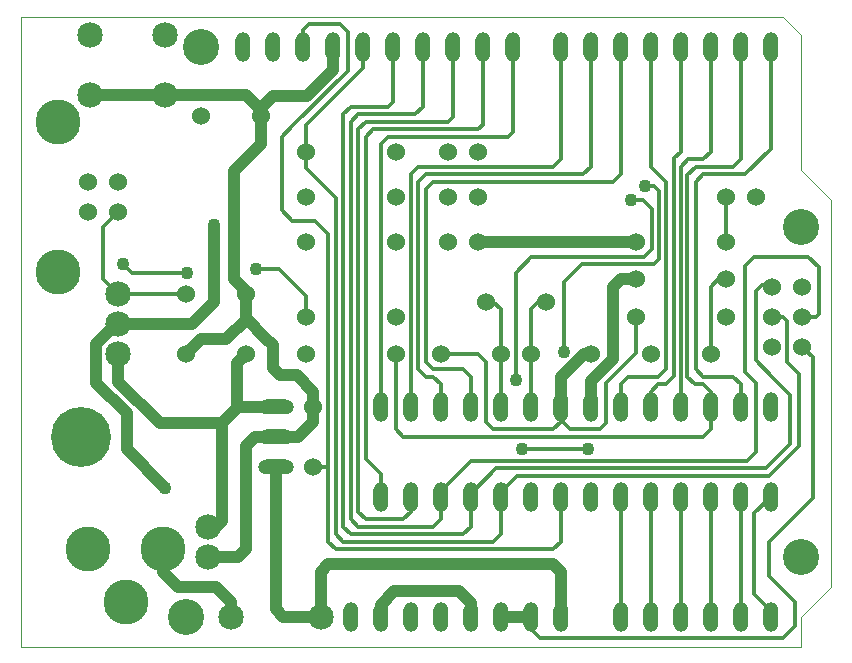
<source format=gbl>
G04 (created by PCBNEW (2013-03-31 BZR 4008)-stable) date 25-01-2015 17:47:35*
%MOIN*%
G04 Gerber Fmt 3.4, Leading zero omitted, Abs format*
%FSLAX34Y34*%
G01*
G70*
G90*
G04 APERTURE LIST*
%ADD10C,0*%
%ADD11C,0.00393701*%
%ADD12C,0.06*%
%ADD13C,0.085*%
%ADD14C,0.12*%
%ADD15C,0.15*%
%ADD16O,0.05X0.1*%
%ADD17O,0.12X0.05*%
%ADD18C,0.2*%
%ADD19C,0.0433071*%
%ADD20C,0.04*%
%ADD21C,0.012*%
G04 APERTURE END LIST*
G54D10*
G54D11*
X34000Y-34000D02*
X34000Y-55000D01*
X59400Y-34000D02*
X34000Y-34000D01*
X60000Y-34600D02*
X59400Y-34000D01*
X60000Y-39100D02*
X60000Y-34600D01*
X61000Y-40100D02*
X60000Y-39100D01*
X61000Y-53000D02*
X61000Y-40100D01*
X60000Y-54000D02*
X61000Y-53000D01*
X60000Y-55000D02*
X60000Y-54000D01*
X34000Y-55000D02*
X60000Y-55000D01*
G54D12*
X57500Y-42750D03*
X54500Y-42750D03*
X43500Y-41500D03*
X46500Y-41500D03*
X43500Y-40000D03*
X46500Y-40000D03*
X57500Y-41500D03*
X54500Y-41500D03*
X43500Y-45250D03*
X46500Y-45250D03*
X43500Y-44000D03*
X46500Y-44000D03*
X54500Y-44000D03*
X57500Y-44000D03*
G54D13*
X41000Y-54000D03*
X44000Y-54000D03*
G54D12*
X51500Y-43500D03*
X49500Y-43500D03*
X51000Y-45250D03*
X53000Y-45250D03*
X50000Y-45250D03*
X48000Y-45250D03*
X39500Y-43250D03*
X39500Y-45250D03*
X55000Y-45250D03*
X57000Y-45250D03*
X40000Y-37300D03*
X42000Y-37300D03*
X43750Y-49000D03*
X43750Y-47000D03*
G54D14*
X60000Y-52000D03*
X40000Y-35000D03*
X39500Y-54000D03*
X60000Y-41000D03*
G54D15*
X35250Y-42500D03*
X35250Y-37500D03*
G54D12*
X37250Y-40500D03*
X37250Y-39500D03*
X36250Y-39500D03*
X36250Y-40500D03*
G54D15*
X37500Y-53500D03*
X36250Y-51750D03*
X38750Y-51750D03*
G54D12*
X60050Y-45000D03*
X59050Y-45000D03*
X59050Y-44000D03*
X60050Y-44000D03*
X60050Y-43000D03*
X59050Y-43000D03*
G54D16*
X44400Y-35000D03*
X43400Y-35000D03*
X41400Y-35000D03*
X42400Y-35000D03*
X46400Y-35000D03*
X45400Y-35000D03*
X47400Y-35000D03*
X48400Y-35000D03*
X50400Y-35000D03*
X49400Y-35000D03*
G54D13*
X37250Y-43250D03*
X37250Y-45250D03*
X37250Y-44250D03*
G54D12*
X46500Y-38500D03*
X43500Y-38500D03*
G54D16*
X53000Y-35000D03*
X52000Y-35000D03*
X55000Y-35000D03*
X54000Y-35000D03*
X56000Y-35000D03*
X57000Y-35000D03*
X59000Y-35000D03*
X58000Y-35000D03*
X46000Y-54000D03*
X45000Y-54000D03*
X48000Y-54000D03*
X47000Y-54000D03*
X49000Y-54000D03*
X50000Y-54000D03*
X52000Y-54000D03*
X51000Y-54000D03*
X55000Y-54000D03*
X54000Y-54000D03*
X56000Y-54000D03*
X57000Y-54000D03*
X59000Y-54000D03*
X58000Y-54000D03*
G54D12*
X41500Y-45250D03*
X41500Y-43250D03*
G54D13*
X40250Y-51000D03*
X40250Y-52000D03*
G54D12*
X48250Y-38500D03*
X49250Y-38500D03*
X49250Y-40000D03*
X48250Y-40000D03*
X49250Y-41500D03*
X48250Y-41500D03*
X57500Y-40000D03*
X58500Y-40000D03*
G54D16*
X56000Y-50000D03*
X57000Y-50000D03*
X58000Y-50000D03*
X59000Y-50000D03*
X55000Y-50000D03*
X54000Y-50000D03*
X53000Y-50000D03*
X52000Y-50000D03*
X51000Y-50000D03*
X50000Y-50000D03*
X48000Y-50000D03*
X49000Y-50000D03*
X47000Y-50000D03*
X46000Y-50000D03*
X50000Y-47000D03*
X51000Y-47000D03*
X52000Y-47000D03*
X53000Y-47000D03*
X54000Y-47000D03*
X55000Y-47000D03*
X59000Y-47000D03*
X58000Y-47000D03*
X57000Y-47000D03*
X56000Y-47000D03*
X49000Y-47000D03*
X48000Y-47000D03*
X47000Y-47000D03*
X46000Y-47000D03*
G54D17*
X42500Y-47000D03*
X42500Y-48000D03*
X42500Y-49000D03*
G54D18*
X36000Y-48000D03*
G54D13*
X36300Y-34600D03*
X36300Y-36600D03*
X38800Y-36600D03*
X38800Y-34600D03*
G54D19*
X38800Y-49700D03*
X40450Y-40950D03*
X54350Y-40100D03*
X52900Y-48400D03*
X50700Y-48400D03*
X50500Y-46100D03*
X52100Y-45175D03*
X54800Y-39650D03*
X39550Y-42550D03*
X37400Y-42250D03*
X41850Y-42400D03*
G54D20*
X53000Y-47000D02*
X53000Y-46150D01*
X53750Y-45400D02*
X53750Y-43000D01*
X53000Y-46150D02*
X53750Y-45400D01*
X53750Y-43000D02*
X54000Y-42750D01*
X54000Y-42750D02*
X54500Y-42750D01*
X38800Y-49700D02*
X37525Y-48425D01*
X37525Y-48425D02*
X37525Y-47225D01*
X37250Y-44250D02*
X37175Y-44250D01*
X36500Y-46200D02*
X37525Y-47225D01*
X36500Y-44925D02*
X36500Y-46200D01*
X37175Y-44250D02*
X36500Y-44925D01*
X54500Y-41500D02*
X49250Y-41500D01*
X49000Y-54000D02*
X49000Y-53550D01*
X49000Y-53550D02*
X48600Y-53150D01*
X48600Y-53150D02*
X46450Y-53150D01*
X46000Y-53600D02*
X46000Y-54000D01*
X46000Y-53600D02*
X46450Y-53150D01*
X37250Y-44250D02*
X39700Y-44250D01*
X39700Y-44250D02*
X40450Y-43500D01*
X40450Y-43500D02*
X40450Y-40950D01*
G54D21*
X40450Y-41500D02*
X40450Y-43500D01*
X40450Y-40950D02*
X40450Y-41500D01*
X40450Y-43500D02*
X39700Y-44250D01*
X54000Y-42750D02*
X54500Y-42750D01*
X53750Y-43000D02*
X54000Y-42750D01*
X43750Y-49000D02*
X44250Y-49000D01*
X44250Y-41550D02*
X44250Y-41250D01*
X42700Y-40450D02*
X42700Y-38750D01*
X43050Y-40800D02*
X42700Y-40450D01*
X43800Y-40800D02*
X43050Y-40800D01*
X44250Y-41250D02*
X43800Y-40800D01*
X42700Y-38000D02*
X43050Y-37650D01*
X42700Y-38750D02*
X42700Y-38000D01*
X43050Y-37650D02*
X44900Y-35800D01*
X43400Y-34450D02*
X43600Y-34250D01*
X44250Y-41550D02*
X44250Y-49000D01*
X44250Y-49000D02*
X44250Y-50500D01*
X44900Y-35800D02*
X44900Y-34500D01*
X44900Y-34500D02*
X44650Y-34250D01*
X44650Y-34250D02*
X44250Y-34250D01*
X44250Y-34250D02*
X43900Y-34250D01*
X43900Y-34250D02*
X43600Y-34250D01*
X43400Y-34450D02*
X43400Y-35000D01*
X44250Y-51500D02*
X44500Y-51750D01*
X44250Y-50500D02*
X44250Y-51500D01*
X52000Y-51500D02*
X52000Y-50000D01*
X51750Y-51750D02*
X52000Y-51500D01*
X44500Y-51750D02*
X51750Y-51750D01*
X59650Y-48050D02*
X59650Y-48250D01*
X58850Y-49050D02*
X49850Y-49050D01*
X59650Y-48250D02*
X58850Y-49050D01*
X59650Y-46600D02*
X59050Y-46000D01*
X59000Y-42950D02*
X59050Y-43000D01*
X58700Y-42950D02*
X59000Y-42950D01*
X58500Y-43150D02*
X58700Y-42950D01*
X58500Y-45450D02*
X58500Y-43150D01*
X59050Y-46000D02*
X58500Y-45450D01*
X49000Y-49900D02*
X49850Y-49050D01*
X49000Y-50000D02*
X49000Y-49900D01*
X59650Y-48050D02*
X59650Y-46600D01*
X46400Y-35000D02*
X46400Y-36850D01*
X46400Y-36850D02*
X46250Y-37000D01*
X45000Y-37000D02*
X46250Y-37000D01*
X49000Y-51000D02*
X48750Y-51250D01*
X48750Y-51250D02*
X45000Y-51250D01*
X45000Y-51250D02*
X44750Y-51000D01*
X44750Y-51000D02*
X44750Y-37250D01*
X44750Y-37250D02*
X45000Y-37000D01*
X49000Y-51000D02*
X49000Y-50000D01*
X60050Y-44000D02*
X60500Y-44000D01*
X60600Y-42350D02*
X60250Y-42000D01*
X60600Y-43900D02*
X60600Y-42350D01*
X60500Y-44000D02*
X60600Y-43900D01*
X48000Y-50000D02*
X48000Y-49800D01*
X58500Y-48500D02*
X58500Y-48379D01*
X58200Y-48800D02*
X58500Y-48500D01*
X49000Y-48800D02*
X58200Y-48800D01*
X48000Y-49800D02*
X49000Y-48800D01*
X58500Y-47500D02*
X58500Y-48379D01*
X58500Y-46300D02*
X58500Y-47500D01*
X60250Y-42000D02*
X58850Y-42000D01*
X58500Y-46200D02*
X58150Y-45850D01*
X58150Y-45850D02*
X58150Y-42300D01*
X58150Y-42300D02*
X58450Y-42000D01*
X58450Y-42000D02*
X58850Y-42000D01*
X58500Y-46300D02*
X58500Y-46200D01*
X47400Y-35000D02*
X47400Y-37000D01*
X48000Y-50750D02*
X48000Y-50000D01*
X47750Y-51000D02*
X48000Y-50750D01*
X45250Y-51000D02*
X47750Y-51000D01*
X45000Y-50750D02*
X45250Y-51000D01*
X45000Y-37500D02*
X45000Y-50750D01*
X45250Y-37250D02*
X45000Y-37500D01*
X47150Y-37250D02*
X45250Y-37250D01*
X47400Y-37000D02*
X47150Y-37250D01*
X57500Y-42750D02*
X57250Y-42750D01*
X57000Y-43000D02*
X57000Y-45250D01*
X57250Y-42750D02*
X57000Y-43000D01*
X59050Y-46950D02*
X59000Y-47000D01*
X59000Y-35000D02*
X59000Y-38400D01*
X59000Y-38400D02*
X58150Y-39250D01*
X56500Y-39500D02*
X56750Y-39250D01*
X56750Y-39250D02*
X58150Y-39250D01*
X58000Y-47000D02*
X58000Y-46250D01*
X56500Y-45750D02*
X56500Y-39500D01*
X56750Y-46000D02*
X56500Y-45750D01*
X57750Y-46000D02*
X56750Y-46000D01*
X58000Y-46250D02*
X57750Y-46000D01*
X43500Y-38500D02*
X43500Y-39050D01*
X43500Y-39050D02*
X44500Y-40050D01*
X50000Y-50000D02*
X50000Y-49850D01*
X58950Y-49300D02*
X59950Y-48300D01*
X50550Y-49300D02*
X58950Y-49300D01*
X50000Y-49850D02*
X50550Y-49300D01*
X43500Y-38500D02*
X43500Y-37600D01*
X43500Y-37600D02*
X45400Y-35700D01*
X45400Y-35700D02*
X45400Y-35000D01*
X59950Y-46650D02*
X59950Y-45900D01*
X59950Y-45900D02*
X59550Y-45500D01*
X59550Y-45500D02*
X59550Y-44150D01*
X59550Y-44150D02*
X59400Y-44000D01*
X59400Y-44000D02*
X59050Y-44000D01*
X59950Y-48300D02*
X59950Y-46650D01*
X44500Y-51250D02*
X44500Y-40050D01*
X50000Y-51250D02*
X49750Y-51500D01*
X49750Y-51500D02*
X44750Y-51500D01*
X44750Y-51500D02*
X44500Y-51250D01*
X50000Y-51250D02*
X50000Y-50000D01*
X59000Y-54000D02*
X59000Y-53800D01*
X58450Y-50550D02*
X59000Y-50000D01*
X58450Y-53250D02*
X58450Y-50550D01*
X59000Y-53800D02*
X58450Y-53250D01*
X55050Y-41550D02*
X55050Y-41750D01*
X54770Y-42029D02*
X51020Y-42029D01*
X55050Y-41750D02*
X54770Y-42029D01*
X50500Y-43400D02*
X50500Y-42550D01*
X50500Y-42550D02*
X51020Y-42029D01*
X54400Y-40100D02*
X54350Y-40100D01*
X54750Y-40100D02*
X54400Y-40100D01*
X55050Y-40400D02*
X54750Y-40100D01*
X55050Y-41550D02*
X55050Y-40400D01*
X52900Y-48400D02*
X50700Y-48400D01*
X50500Y-44100D02*
X50500Y-43400D01*
X50500Y-46100D02*
X50500Y-44100D01*
X54800Y-39650D02*
X55100Y-39650D01*
X55100Y-39650D02*
X55275Y-39825D01*
X55275Y-39825D02*
X55275Y-42075D01*
X55275Y-42075D02*
X55100Y-42250D01*
X55100Y-39650D02*
X55275Y-39825D01*
X52100Y-44150D02*
X52100Y-42850D01*
X52100Y-45175D02*
X52100Y-44150D01*
X54100Y-42250D02*
X54500Y-42250D01*
X54500Y-42250D02*
X55100Y-42250D01*
X52100Y-42850D02*
X52700Y-42250D01*
X52700Y-42250D02*
X54100Y-42250D01*
X55100Y-42250D02*
X55279Y-42070D01*
X55279Y-42070D02*
X55275Y-39825D01*
X55100Y-42250D02*
X55279Y-42070D01*
X58000Y-50000D02*
X58000Y-54000D01*
X56220Y-46000D02*
X56220Y-39279D01*
X56220Y-39279D02*
X56500Y-39000D01*
X57000Y-47000D02*
X57000Y-46500D01*
X57000Y-46500D02*
X56750Y-46250D01*
X56750Y-46250D02*
X56470Y-46250D01*
X56470Y-46250D02*
X56220Y-46000D01*
X56500Y-39000D02*
X57750Y-39000D01*
X57750Y-39000D02*
X58000Y-38750D01*
X58000Y-38750D02*
X58000Y-35000D01*
X46750Y-48000D02*
X56750Y-48000D01*
X46500Y-45250D02*
X46500Y-47750D01*
X46500Y-47750D02*
X46750Y-48000D01*
X57000Y-47750D02*
X57000Y-47000D01*
X56750Y-48000D02*
X57000Y-47750D01*
X39200Y-42550D02*
X39550Y-42550D01*
X37700Y-42550D02*
X39200Y-42550D01*
X37400Y-42250D02*
X37700Y-42550D01*
G54D20*
X42500Y-48000D02*
X41800Y-48000D01*
X41800Y-48000D02*
X41500Y-48300D01*
X41500Y-48300D02*
X41500Y-51750D01*
X41500Y-51750D02*
X41250Y-52000D01*
X41250Y-52000D02*
X40250Y-52000D01*
X43750Y-47000D02*
X43750Y-46500D01*
X43750Y-46500D02*
X43200Y-45950D01*
X43750Y-47000D02*
X43750Y-47500D01*
X43750Y-47500D02*
X43250Y-48000D01*
X43250Y-48000D02*
X42500Y-48000D01*
X53000Y-45250D02*
X52775Y-45250D01*
X52000Y-46025D02*
X52000Y-47000D01*
X52775Y-45250D02*
X52000Y-46025D01*
X50000Y-54000D02*
X51000Y-54000D01*
X42000Y-37300D02*
X42000Y-38250D01*
X42000Y-38250D02*
X41100Y-39150D01*
X41500Y-43250D02*
X41500Y-43150D01*
X41500Y-43150D02*
X41100Y-42750D01*
X41100Y-42750D02*
X41100Y-39150D01*
X42000Y-37300D02*
X42000Y-37050D01*
X42000Y-37050D02*
X42400Y-36650D01*
X42400Y-36650D02*
X43540Y-36650D01*
X43540Y-36650D02*
X44400Y-35790D01*
X44400Y-35790D02*
X44400Y-35000D01*
X42000Y-37300D02*
X42000Y-37100D01*
X42000Y-37100D02*
X41500Y-36600D01*
X41500Y-36600D02*
X38800Y-36600D01*
X36300Y-36600D02*
X38800Y-36600D01*
X43200Y-45950D02*
X42650Y-45950D01*
X42650Y-45950D02*
X42400Y-45700D01*
X42400Y-45700D02*
X42400Y-44950D01*
X42400Y-44950D02*
X42150Y-44700D01*
X41525Y-44075D02*
X42150Y-44700D01*
X43250Y-48000D02*
X42500Y-48000D01*
X41525Y-44075D02*
X40850Y-44750D01*
X40000Y-44750D02*
X39500Y-45250D01*
X40850Y-44750D02*
X40000Y-44750D01*
X41525Y-44075D02*
X41500Y-44050D01*
X41500Y-48300D02*
X41800Y-48000D01*
X41500Y-44050D02*
X41500Y-43250D01*
G54D21*
X59800Y-53700D02*
X59800Y-53500D01*
X59800Y-54300D02*
X59800Y-53700D01*
X60400Y-45350D02*
X60050Y-45000D01*
X51000Y-54400D02*
X51300Y-54700D01*
X51300Y-54700D02*
X59400Y-54700D01*
X59400Y-54700D02*
X59800Y-54300D01*
X51000Y-54000D02*
X51000Y-54400D01*
X59800Y-53500D02*
X58950Y-52650D01*
X58950Y-52650D02*
X58950Y-51500D01*
X58950Y-51500D02*
X60400Y-50050D01*
X60400Y-50050D02*
X60400Y-45350D01*
X38800Y-36600D02*
X41600Y-36600D01*
X42000Y-37000D02*
X41750Y-36750D01*
X41600Y-36600D02*
X41750Y-36750D01*
X42000Y-37300D02*
X42000Y-37000D01*
X43550Y-36750D02*
X42250Y-36750D01*
X44400Y-35900D02*
X44400Y-35000D01*
X43550Y-36750D02*
X44400Y-35900D01*
X42250Y-36750D02*
X42000Y-37000D01*
X52000Y-47000D02*
X52000Y-47450D01*
X52000Y-47450D02*
X52300Y-47750D01*
X52300Y-47750D02*
X53300Y-47750D01*
X53300Y-47750D02*
X53500Y-47550D01*
X53500Y-47550D02*
X53500Y-46200D01*
X53500Y-46200D02*
X54500Y-45200D01*
X54500Y-45200D02*
X54500Y-44000D01*
X48000Y-45250D02*
X49250Y-45250D01*
X52000Y-47500D02*
X52000Y-47000D01*
X51750Y-47750D02*
X52000Y-47500D01*
X49750Y-47750D02*
X51750Y-47750D01*
X49500Y-47500D02*
X49750Y-47750D01*
X49500Y-45500D02*
X49500Y-47500D01*
X49250Y-45250D02*
X49500Y-45500D01*
X55000Y-50000D02*
X55000Y-54000D01*
X48000Y-47000D02*
X48000Y-46250D01*
X53000Y-39000D02*
X53000Y-35000D01*
X52750Y-39250D02*
X53000Y-39000D01*
X47500Y-39250D02*
X52750Y-39250D01*
X47250Y-39500D02*
X47500Y-39250D01*
X47250Y-45750D02*
X47250Y-39500D01*
X47500Y-46000D02*
X47250Y-45750D01*
X47750Y-46000D02*
X47500Y-46000D01*
X48000Y-46250D02*
X47750Y-46000D01*
X49000Y-47000D02*
X49000Y-46000D01*
X54000Y-39250D02*
X54000Y-35000D01*
X53750Y-39500D02*
X54000Y-39250D01*
X47750Y-39500D02*
X53750Y-39500D01*
X47500Y-39750D02*
X47750Y-39500D01*
X47500Y-45500D02*
X47500Y-39750D01*
X47750Y-45750D02*
X47500Y-45500D01*
X48750Y-45750D02*
X47750Y-45750D01*
X49000Y-46000D02*
X48750Y-45750D01*
X54000Y-47000D02*
X54000Y-46250D01*
X55000Y-39000D02*
X55000Y-35000D01*
X55500Y-39500D02*
X55000Y-39000D01*
X55500Y-45750D02*
X55500Y-39500D01*
X55250Y-46000D02*
X55500Y-45750D01*
X54250Y-46000D02*
X55250Y-46000D01*
X54000Y-46250D02*
X54250Y-46000D01*
X55779Y-45970D02*
X55779Y-38720D01*
X56000Y-38500D02*
X56000Y-35000D01*
X55779Y-38720D02*
X56000Y-38500D01*
X55000Y-47000D02*
X55000Y-46500D01*
X55500Y-46250D02*
X55779Y-45970D01*
X55250Y-46250D02*
X55500Y-46250D01*
X55000Y-46500D02*
X55250Y-46250D01*
X56000Y-39000D02*
X56250Y-38750D01*
X57000Y-38500D02*
X57000Y-35000D01*
X56750Y-38750D02*
X57000Y-38500D01*
X56250Y-38750D02*
X56750Y-38750D01*
X56000Y-47000D02*
X56000Y-39000D01*
X57000Y-50000D02*
X57000Y-54000D01*
X56000Y-50000D02*
X56000Y-54000D01*
X47000Y-47000D02*
X47000Y-39250D01*
X52000Y-38750D02*
X52000Y-35000D01*
X51750Y-39000D02*
X52000Y-38750D01*
X47250Y-39000D02*
X51750Y-39000D01*
X47000Y-39250D02*
X47250Y-39000D01*
X54000Y-50000D02*
X54000Y-54000D01*
X46000Y-47000D02*
X46000Y-38250D01*
X46250Y-38000D02*
X46000Y-38250D01*
X50400Y-35000D02*
X50400Y-37850D01*
X50250Y-38000D02*
X46250Y-38000D01*
X50400Y-37850D02*
X50250Y-38000D01*
X45500Y-50750D02*
X46750Y-50750D01*
X48400Y-37350D02*
X48250Y-37500D01*
X48250Y-37500D02*
X45500Y-37500D01*
X45500Y-37500D02*
X45250Y-37750D01*
X45250Y-37750D02*
X45250Y-50500D01*
X45250Y-50500D02*
X45500Y-50750D01*
X48400Y-35000D02*
X48400Y-37350D01*
X47000Y-50500D02*
X47000Y-50000D01*
X46750Y-50750D02*
X47000Y-50500D01*
X49400Y-35000D02*
X49400Y-37600D01*
X46000Y-49250D02*
X45500Y-48750D01*
X45500Y-48750D02*
X45500Y-38000D01*
X45500Y-38000D02*
X45750Y-37750D01*
X45750Y-37750D02*
X49250Y-37750D01*
X46000Y-49250D02*
X46000Y-50000D01*
X49400Y-37600D02*
X49250Y-37750D01*
G54D20*
X40500Y-53000D02*
X39250Y-53000D01*
X38750Y-52500D02*
X38750Y-51750D01*
X39250Y-53000D02*
X38750Y-52500D01*
X41000Y-54000D02*
X41000Y-53500D01*
X41000Y-53500D02*
X40500Y-53000D01*
G54D21*
X37250Y-43250D02*
X36750Y-42750D01*
X36750Y-41000D02*
X37250Y-40500D01*
X36750Y-42750D02*
X36750Y-41000D01*
X39750Y-43250D02*
X37250Y-43250D01*
X50000Y-47000D02*
X50000Y-45250D01*
X50000Y-45250D02*
X50000Y-43750D01*
X50000Y-43750D02*
X49750Y-43500D01*
X49750Y-43500D02*
X49500Y-43500D01*
X51000Y-47000D02*
X51000Y-45250D01*
X51000Y-45250D02*
X51000Y-43750D01*
X51000Y-43750D02*
X51250Y-43500D01*
X51250Y-43500D02*
X51500Y-43500D01*
X43500Y-44000D02*
X43500Y-43300D01*
X42600Y-42400D02*
X41850Y-42400D01*
X43500Y-43300D02*
X42600Y-42400D01*
G54D20*
X42500Y-47000D02*
X41250Y-47000D01*
X41250Y-47000D02*
X40700Y-47550D01*
X40500Y-51000D02*
X40250Y-51000D01*
X40700Y-50800D02*
X40500Y-51000D01*
X40700Y-47550D02*
X40700Y-50800D01*
X37250Y-45250D02*
X37250Y-46175D01*
X37250Y-46175D02*
X38625Y-47550D01*
X41200Y-46950D02*
X41200Y-45550D01*
X41250Y-47000D02*
X41200Y-46950D01*
X41200Y-45550D02*
X41500Y-45250D01*
X40750Y-47550D02*
X38625Y-47550D01*
X40750Y-47550D02*
X40750Y-47500D01*
X41250Y-47000D02*
X40750Y-47500D01*
G54D21*
X57500Y-40000D02*
X57500Y-41500D01*
G54D20*
X51750Y-52250D02*
X44250Y-52250D01*
X44000Y-52500D02*
X44000Y-54000D01*
X44250Y-52250D02*
X44000Y-52500D01*
X51750Y-52250D02*
X52000Y-52500D01*
X52000Y-52500D02*
X52000Y-54000D01*
X44000Y-54000D02*
X42750Y-54000D01*
X42500Y-53750D02*
X42500Y-49000D01*
X42750Y-54000D02*
X42500Y-53750D01*
M02*

</source>
